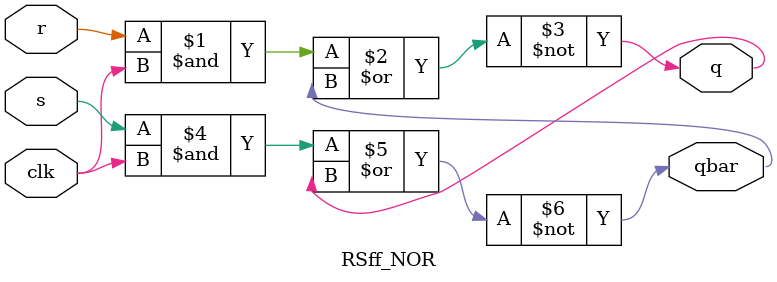
<source format=v>
`timescale 1ns / 1ps
module RSff_NOR(
    input s, r, clk,
    output q, qbar
    );
    
assign q = ~((r&clk) | qbar);
assign qbar = ~((s & clk) | q);

endmodule

</source>
